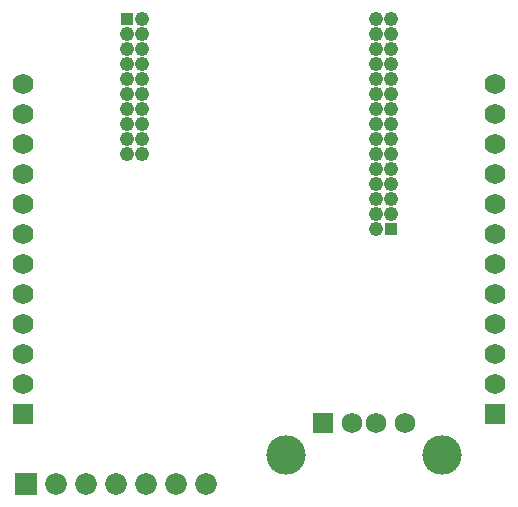
<source format=gbr>
G04 DipTrace 2.4.0.2*
%INBottomMask.gbr*%
%MOIN*%
%ADD36C,0.0488*%
%ADD37R,0.0449X0.0449*%
%ADD39C,0.0724*%
%ADD41R,0.0724X0.0724*%
%ADD43C,0.1315*%
%ADD45C,0.0685*%
%ADD47R,0.0685X0.0685*%
%ADD49C,0.0693*%
%ADD51R,0.0693X0.0693*%
%FSLAX44Y44*%
G04*
G70*
G90*
G75*
G01*
%LNBotMask*%
%LPD*%
D51*
X4921Y7386D3*
D49*
Y8386D3*
Y9386D3*
Y10386D3*
Y11386D3*
Y12386D3*
Y13386D3*
Y14386D3*
Y15386D3*
Y16386D3*
Y17386D3*
Y18386D3*
D51*
X20669Y7386D3*
D49*
Y8386D3*
Y9386D3*
Y10386D3*
Y11386D3*
Y12386D3*
Y13386D3*
Y14386D3*
Y15386D3*
Y16386D3*
Y17386D3*
Y18386D3*
D47*
X14917Y7099D3*
D45*
X15902D3*
X16689D3*
X17673D3*
D43*
X13709Y6036D3*
X18882D3*
D41*
X5045Y5061D3*
D39*
X6045D3*
X7045D3*
X8045D3*
X9045D3*
X10045D3*
X11045D3*
D37*
X17185Y13561D3*
D36*
Y14061D3*
Y14561D3*
Y15061D3*
Y15561D3*
Y16061D3*
Y16561D3*
Y17061D3*
Y17561D3*
Y18061D3*
Y18561D3*
Y19061D3*
Y19561D3*
Y20061D3*
Y20561D3*
X16685Y13561D3*
Y14061D3*
Y14561D3*
Y15061D3*
Y15561D3*
Y16061D3*
Y16561D3*
Y17061D3*
Y17561D3*
Y18061D3*
Y18561D3*
Y19061D3*
Y19561D3*
Y20061D3*
Y20561D3*
X8906Y16069D3*
Y16569D3*
Y17069D3*
Y17569D3*
Y18069D3*
Y18569D3*
Y19069D3*
Y19569D3*
Y20069D3*
Y20569D3*
X8406Y16069D3*
Y16569D3*
Y17069D3*
Y17569D3*
Y18069D3*
Y18569D3*
Y19069D3*
Y19569D3*
Y20069D3*
D37*
Y20569D3*
M02*

</source>
